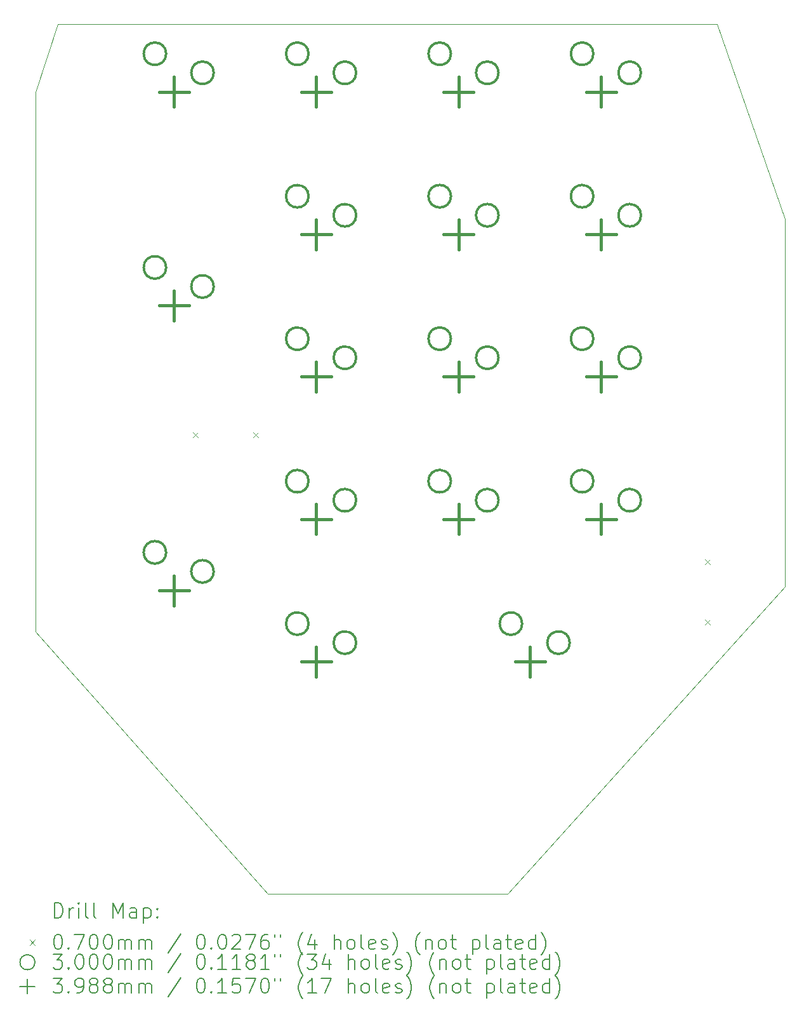
<source format=gbr>
%TF.GenerationSoftware,KiCad,Pcbnew,7.0.7-7.0.7~ubuntu20.04.1*%
%TF.CreationDate,2023-09-01T21:13:10-07:00*%
%TF.ProjectId,v2_controller,76325f63-6f6e-4747-926f-6c6c65722e6b,rev?*%
%TF.SameCoordinates,Original*%
%TF.FileFunction,Drillmap*%
%TF.FilePolarity,Positive*%
%FSLAX45Y45*%
G04 Gerber Fmt 4.5, Leading zero omitted, Abs format (unit mm)*
G04 Created by KiCad (PCBNEW 7.0.7-7.0.7~ubuntu20.04.1) date 2023-09-01 21:13:10*
%MOMM*%
%LPD*%
G01*
G04 APERTURE LIST*
%ADD10C,0.100000*%
%ADD11C,0.200000*%
%ADD12C,0.070000*%
%ADD13C,0.300000*%
%ADD14C,0.398780*%
G04 APERTURE END LIST*
D10*
X4600000Y-3900000D02*
X13400000Y-3900000D01*
X13400000Y-3900000D02*
X14300000Y-6500000D01*
X14300000Y-6500000D02*
X14300000Y-11400000D01*
X4300000Y-4800000D02*
X4600000Y-3900000D01*
X14300000Y-11400000D02*
X10600000Y-15500000D01*
X10600000Y-15500000D02*
X7400000Y-15500000D01*
X7400000Y-15500000D02*
X4300000Y-12000000D01*
X4300000Y-4800000D02*
X4300000Y-12000000D01*
D11*
D12*
X6405000Y-9340000D02*
X6475000Y-9410000D01*
X6475000Y-9340000D02*
X6405000Y-9410000D01*
X7205000Y-9340000D02*
X7275000Y-9410000D01*
X7275000Y-9340000D02*
X7205000Y-9410000D01*
X13232200Y-11034800D02*
X13302200Y-11104800D01*
X13302200Y-11034800D02*
X13232200Y-11104800D01*
X13232200Y-11834800D02*
X13302200Y-11904800D01*
X13302200Y-11834800D02*
X13232200Y-11904800D01*
D13*
X6046000Y-4292000D02*
G75*
G03*
X6046000Y-4292000I-150000J0D01*
G01*
X6046000Y-7142000D02*
G75*
G03*
X6046000Y-7142000I-150000J0D01*
G01*
X6046000Y-10942000D02*
G75*
G03*
X6046000Y-10942000I-150000J0D01*
G01*
X6681000Y-4546000D02*
G75*
G03*
X6681000Y-4546000I-150000J0D01*
G01*
X6681000Y-7396000D02*
G75*
G03*
X6681000Y-7396000I-150000J0D01*
G01*
X6681000Y-11196000D02*
G75*
G03*
X6681000Y-11196000I-150000J0D01*
G01*
X7946000Y-4292000D02*
G75*
G03*
X7946000Y-4292000I-150000J0D01*
G01*
X7946000Y-6192000D02*
G75*
G03*
X7946000Y-6192000I-150000J0D01*
G01*
X7946000Y-8092000D02*
G75*
G03*
X7946000Y-8092000I-150000J0D01*
G01*
X7946000Y-9992000D02*
G75*
G03*
X7946000Y-9992000I-150000J0D01*
G01*
X7946000Y-11892000D02*
G75*
G03*
X7946000Y-11892000I-150000J0D01*
G01*
X8581000Y-4546000D02*
G75*
G03*
X8581000Y-4546000I-150000J0D01*
G01*
X8581000Y-6446000D02*
G75*
G03*
X8581000Y-6446000I-150000J0D01*
G01*
X8581000Y-8346000D02*
G75*
G03*
X8581000Y-8346000I-150000J0D01*
G01*
X8581000Y-10246000D02*
G75*
G03*
X8581000Y-10246000I-150000J0D01*
G01*
X8581000Y-12146000D02*
G75*
G03*
X8581000Y-12146000I-150000J0D01*
G01*
X9846000Y-4292000D02*
G75*
G03*
X9846000Y-4292000I-150000J0D01*
G01*
X9846000Y-6192000D02*
G75*
G03*
X9846000Y-6192000I-150000J0D01*
G01*
X9846000Y-8092000D02*
G75*
G03*
X9846000Y-8092000I-150000J0D01*
G01*
X9846000Y-9992000D02*
G75*
G03*
X9846000Y-9992000I-150000J0D01*
G01*
X10481000Y-4546000D02*
G75*
G03*
X10481000Y-4546000I-150000J0D01*
G01*
X10481000Y-6446000D02*
G75*
G03*
X10481000Y-6446000I-150000J0D01*
G01*
X10481000Y-8346000D02*
G75*
G03*
X10481000Y-8346000I-150000J0D01*
G01*
X10481000Y-10246000D02*
G75*
G03*
X10481000Y-10246000I-150000J0D01*
G01*
X10796000Y-11892000D02*
G75*
G03*
X10796000Y-11892000I-150000J0D01*
G01*
X11431000Y-12146000D02*
G75*
G03*
X11431000Y-12146000I-150000J0D01*
G01*
X11746000Y-4292000D02*
G75*
G03*
X11746000Y-4292000I-150000J0D01*
G01*
X11746000Y-6192000D02*
G75*
G03*
X11746000Y-6192000I-150000J0D01*
G01*
X11746000Y-8092000D02*
G75*
G03*
X11746000Y-8092000I-150000J0D01*
G01*
X11746000Y-9992000D02*
G75*
G03*
X11746000Y-9992000I-150000J0D01*
G01*
X12381000Y-4546000D02*
G75*
G03*
X12381000Y-4546000I-150000J0D01*
G01*
X12381000Y-6446000D02*
G75*
G03*
X12381000Y-6446000I-150000J0D01*
G01*
X12381000Y-8346000D02*
G75*
G03*
X12381000Y-8346000I-150000J0D01*
G01*
X12381000Y-10246000D02*
G75*
G03*
X12381000Y-10246000I-150000J0D01*
G01*
D14*
X6150000Y-4600610D02*
X6150000Y-4999390D01*
X5950610Y-4800000D02*
X6349390Y-4800000D01*
X6150000Y-7450610D02*
X6150000Y-7849390D01*
X5950610Y-7650000D02*
X6349390Y-7650000D01*
X6150000Y-11250610D02*
X6150000Y-11649390D01*
X5950610Y-11450000D02*
X6349390Y-11450000D01*
X8050000Y-4600610D02*
X8050000Y-4999390D01*
X7850610Y-4800000D02*
X8249390Y-4800000D01*
X8050000Y-6500610D02*
X8050000Y-6899390D01*
X7850610Y-6700000D02*
X8249390Y-6700000D01*
X8050000Y-8400610D02*
X8050000Y-8799390D01*
X7850610Y-8600000D02*
X8249390Y-8600000D01*
X8050000Y-10300610D02*
X8050000Y-10699390D01*
X7850610Y-10500000D02*
X8249390Y-10500000D01*
X8050000Y-12200610D02*
X8050000Y-12599390D01*
X7850610Y-12400000D02*
X8249390Y-12400000D01*
X9950000Y-4600610D02*
X9950000Y-4999390D01*
X9750610Y-4800000D02*
X10149390Y-4800000D01*
X9950000Y-6500610D02*
X9950000Y-6899390D01*
X9750610Y-6700000D02*
X10149390Y-6700000D01*
X9950000Y-8400610D02*
X9950000Y-8799390D01*
X9750610Y-8600000D02*
X10149390Y-8600000D01*
X9950000Y-10300610D02*
X9950000Y-10699390D01*
X9750610Y-10500000D02*
X10149390Y-10500000D01*
X10900000Y-12200610D02*
X10900000Y-12599390D01*
X10700610Y-12400000D02*
X11099390Y-12400000D01*
X11850000Y-4600610D02*
X11850000Y-4999390D01*
X11650610Y-4800000D02*
X12049390Y-4800000D01*
X11850000Y-6500610D02*
X11850000Y-6899390D01*
X11650610Y-6700000D02*
X12049390Y-6700000D01*
X11850000Y-8400610D02*
X11850000Y-8799390D01*
X11650610Y-8600000D02*
X12049390Y-8600000D01*
X11850000Y-10300610D02*
X11850000Y-10699390D01*
X11650610Y-10500000D02*
X12049390Y-10500000D01*
D11*
X4555777Y-15816484D02*
X4555777Y-15616484D01*
X4555777Y-15616484D02*
X4603396Y-15616484D01*
X4603396Y-15616484D02*
X4631967Y-15626008D01*
X4631967Y-15626008D02*
X4651015Y-15645055D01*
X4651015Y-15645055D02*
X4660539Y-15664103D01*
X4660539Y-15664103D02*
X4670063Y-15702198D01*
X4670063Y-15702198D02*
X4670063Y-15730769D01*
X4670063Y-15730769D02*
X4660539Y-15768865D01*
X4660539Y-15768865D02*
X4651015Y-15787912D01*
X4651015Y-15787912D02*
X4631967Y-15806960D01*
X4631967Y-15806960D02*
X4603396Y-15816484D01*
X4603396Y-15816484D02*
X4555777Y-15816484D01*
X4755777Y-15816484D02*
X4755777Y-15683150D01*
X4755777Y-15721246D02*
X4765301Y-15702198D01*
X4765301Y-15702198D02*
X4774824Y-15692674D01*
X4774824Y-15692674D02*
X4793872Y-15683150D01*
X4793872Y-15683150D02*
X4812920Y-15683150D01*
X4879586Y-15816484D02*
X4879586Y-15683150D01*
X4879586Y-15616484D02*
X4870063Y-15626008D01*
X4870063Y-15626008D02*
X4879586Y-15635531D01*
X4879586Y-15635531D02*
X4889110Y-15626008D01*
X4889110Y-15626008D02*
X4879586Y-15616484D01*
X4879586Y-15616484D02*
X4879586Y-15635531D01*
X5003396Y-15816484D02*
X4984348Y-15806960D01*
X4984348Y-15806960D02*
X4974824Y-15787912D01*
X4974824Y-15787912D02*
X4974824Y-15616484D01*
X5108158Y-15816484D02*
X5089110Y-15806960D01*
X5089110Y-15806960D02*
X5079586Y-15787912D01*
X5079586Y-15787912D02*
X5079586Y-15616484D01*
X5336729Y-15816484D02*
X5336729Y-15616484D01*
X5336729Y-15616484D02*
X5403396Y-15759341D01*
X5403396Y-15759341D02*
X5470063Y-15616484D01*
X5470063Y-15616484D02*
X5470063Y-15816484D01*
X5651015Y-15816484D02*
X5651015Y-15711722D01*
X5651015Y-15711722D02*
X5641491Y-15692674D01*
X5641491Y-15692674D02*
X5622443Y-15683150D01*
X5622443Y-15683150D02*
X5584348Y-15683150D01*
X5584348Y-15683150D02*
X5565301Y-15692674D01*
X5651015Y-15806960D02*
X5631967Y-15816484D01*
X5631967Y-15816484D02*
X5584348Y-15816484D01*
X5584348Y-15816484D02*
X5565301Y-15806960D01*
X5565301Y-15806960D02*
X5555777Y-15787912D01*
X5555777Y-15787912D02*
X5555777Y-15768865D01*
X5555777Y-15768865D02*
X5565301Y-15749817D01*
X5565301Y-15749817D02*
X5584348Y-15740293D01*
X5584348Y-15740293D02*
X5631967Y-15740293D01*
X5631967Y-15740293D02*
X5651015Y-15730769D01*
X5746253Y-15683150D02*
X5746253Y-15883150D01*
X5746253Y-15692674D02*
X5765301Y-15683150D01*
X5765301Y-15683150D02*
X5803396Y-15683150D01*
X5803396Y-15683150D02*
X5822443Y-15692674D01*
X5822443Y-15692674D02*
X5831967Y-15702198D01*
X5831967Y-15702198D02*
X5841491Y-15721246D01*
X5841491Y-15721246D02*
X5841491Y-15778388D01*
X5841491Y-15778388D02*
X5831967Y-15797436D01*
X5831967Y-15797436D02*
X5822443Y-15806960D01*
X5822443Y-15806960D02*
X5803396Y-15816484D01*
X5803396Y-15816484D02*
X5765301Y-15816484D01*
X5765301Y-15816484D02*
X5746253Y-15806960D01*
X5927205Y-15797436D02*
X5936729Y-15806960D01*
X5936729Y-15806960D02*
X5927205Y-15816484D01*
X5927205Y-15816484D02*
X5917682Y-15806960D01*
X5917682Y-15806960D02*
X5927205Y-15797436D01*
X5927205Y-15797436D02*
X5927205Y-15816484D01*
X5927205Y-15692674D02*
X5936729Y-15702198D01*
X5936729Y-15702198D02*
X5927205Y-15711722D01*
X5927205Y-15711722D02*
X5917682Y-15702198D01*
X5917682Y-15702198D02*
X5927205Y-15692674D01*
X5927205Y-15692674D02*
X5927205Y-15711722D01*
D12*
X4225000Y-16110000D02*
X4295000Y-16180000D01*
X4295000Y-16110000D02*
X4225000Y-16180000D01*
D11*
X4593872Y-16036484D02*
X4612920Y-16036484D01*
X4612920Y-16036484D02*
X4631967Y-16046008D01*
X4631967Y-16046008D02*
X4641491Y-16055531D01*
X4641491Y-16055531D02*
X4651015Y-16074579D01*
X4651015Y-16074579D02*
X4660539Y-16112674D01*
X4660539Y-16112674D02*
X4660539Y-16160293D01*
X4660539Y-16160293D02*
X4651015Y-16198388D01*
X4651015Y-16198388D02*
X4641491Y-16217436D01*
X4641491Y-16217436D02*
X4631967Y-16226960D01*
X4631967Y-16226960D02*
X4612920Y-16236484D01*
X4612920Y-16236484D02*
X4593872Y-16236484D01*
X4593872Y-16236484D02*
X4574824Y-16226960D01*
X4574824Y-16226960D02*
X4565301Y-16217436D01*
X4565301Y-16217436D02*
X4555777Y-16198388D01*
X4555777Y-16198388D02*
X4546253Y-16160293D01*
X4546253Y-16160293D02*
X4546253Y-16112674D01*
X4546253Y-16112674D02*
X4555777Y-16074579D01*
X4555777Y-16074579D02*
X4565301Y-16055531D01*
X4565301Y-16055531D02*
X4574824Y-16046008D01*
X4574824Y-16046008D02*
X4593872Y-16036484D01*
X4746253Y-16217436D02*
X4755777Y-16226960D01*
X4755777Y-16226960D02*
X4746253Y-16236484D01*
X4746253Y-16236484D02*
X4736729Y-16226960D01*
X4736729Y-16226960D02*
X4746253Y-16217436D01*
X4746253Y-16217436D02*
X4746253Y-16236484D01*
X4822444Y-16036484D02*
X4955777Y-16036484D01*
X4955777Y-16036484D02*
X4870063Y-16236484D01*
X5070063Y-16036484D02*
X5089110Y-16036484D01*
X5089110Y-16036484D02*
X5108158Y-16046008D01*
X5108158Y-16046008D02*
X5117682Y-16055531D01*
X5117682Y-16055531D02*
X5127205Y-16074579D01*
X5127205Y-16074579D02*
X5136729Y-16112674D01*
X5136729Y-16112674D02*
X5136729Y-16160293D01*
X5136729Y-16160293D02*
X5127205Y-16198388D01*
X5127205Y-16198388D02*
X5117682Y-16217436D01*
X5117682Y-16217436D02*
X5108158Y-16226960D01*
X5108158Y-16226960D02*
X5089110Y-16236484D01*
X5089110Y-16236484D02*
X5070063Y-16236484D01*
X5070063Y-16236484D02*
X5051015Y-16226960D01*
X5051015Y-16226960D02*
X5041491Y-16217436D01*
X5041491Y-16217436D02*
X5031967Y-16198388D01*
X5031967Y-16198388D02*
X5022444Y-16160293D01*
X5022444Y-16160293D02*
X5022444Y-16112674D01*
X5022444Y-16112674D02*
X5031967Y-16074579D01*
X5031967Y-16074579D02*
X5041491Y-16055531D01*
X5041491Y-16055531D02*
X5051015Y-16046008D01*
X5051015Y-16046008D02*
X5070063Y-16036484D01*
X5260539Y-16036484D02*
X5279586Y-16036484D01*
X5279586Y-16036484D02*
X5298634Y-16046008D01*
X5298634Y-16046008D02*
X5308158Y-16055531D01*
X5308158Y-16055531D02*
X5317682Y-16074579D01*
X5317682Y-16074579D02*
X5327205Y-16112674D01*
X5327205Y-16112674D02*
X5327205Y-16160293D01*
X5327205Y-16160293D02*
X5317682Y-16198388D01*
X5317682Y-16198388D02*
X5308158Y-16217436D01*
X5308158Y-16217436D02*
X5298634Y-16226960D01*
X5298634Y-16226960D02*
X5279586Y-16236484D01*
X5279586Y-16236484D02*
X5260539Y-16236484D01*
X5260539Y-16236484D02*
X5241491Y-16226960D01*
X5241491Y-16226960D02*
X5231967Y-16217436D01*
X5231967Y-16217436D02*
X5222444Y-16198388D01*
X5222444Y-16198388D02*
X5212920Y-16160293D01*
X5212920Y-16160293D02*
X5212920Y-16112674D01*
X5212920Y-16112674D02*
X5222444Y-16074579D01*
X5222444Y-16074579D02*
X5231967Y-16055531D01*
X5231967Y-16055531D02*
X5241491Y-16046008D01*
X5241491Y-16046008D02*
X5260539Y-16036484D01*
X5412920Y-16236484D02*
X5412920Y-16103150D01*
X5412920Y-16122198D02*
X5422444Y-16112674D01*
X5422444Y-16112674D02*
X5441491Y-16103150D01*
X5441491Y-16103150D02*
X5470063Y-16103150D01*
X5470063Y-16103150D02*
X5489110Y-16112674D01*
X5489110Y-16112674D02*
X5498634Y-16131722D01*
X5498634Y-16131722D02*
X5498634Y-16236484D01*
X5498634Y-16131722D02*
X5508158Y-16112674D01*
X5508158Y-16112674D02*
X5527205Y-16103150D01*
X5527205Y-16103150D02*
X5555777Y-16103150D01*
X5555777Y-16103150D02*
X5574825Y-16112674D01*
X5574825Y-16112674D02*
X5584348Y-16131722D01*
X5584348Y-16131722D02*
X5584348Y-16236484D01*
X5679586Y-16236484D02*
X5679586Y-16103150D01*
X5679586Y-16122198D02*
X5689110Y-16112674D01*
X5689110Y-16112674D02*
X5708158Y-16103150D01*
X5708158Y-16103150D02*
X5736729Y-16103150D01*
X5736729Y-16103150D02*
X5755777Y-16112674D01*
X5755777Y-16112674D02*
X5765301Y-16131722D01*
X5765301Y-16131722D02*
X5765301Y-16236484D01*
X5765301Y-16131722D02*
X5774824Y-16112674D01*
X5774824Y-16112674D02*
X5793872Y-16103150D01*
X5793872Y-16103150D02*
X5822443Y-16103150D01*
X5822443Y-16103150D02*
X5841491Y-16112674D01*
X5841491Y-16112674D02*
X5851015Y-16131722D01*
X5851015Y-16131722D02*
X5851015Y-16236484D01*
X6241491Y-16026960D02*
X6070063Y-16284103D01*
X6498634Y-16036484D02*
X6517682Y-16036484D01*
X6517682Y-16036484D02*
X6536729Y-16046008D01*
X6536729Y-16046008D02*
X6546253Y-16055531D01*
X6546253Y-16055531D02*
X6555777Y-16074579D01*
X6555777Y-16074579D02*
X6565301Y-16112674D01*
X6565301Y-16112674D02*
X6565301Y-16160293D01*
X6565301Y-16160293D02*
X6555777Y-16198388D01*
X6555777Y-16198388D02*
X6546253Y-16217436D01*
X6546253Y-16217436D02*
X6536729Y-16226960D01*
X6536729Y-16226960D02*
X6517682Y-16236484D01*
X6517682Y-16236484D02*
X6498634Y-16236484D01*
X6498634Y-16236484D02*
X6479586Y-16226960D01*
X6479586Y-16226960D02*
X6470063Y-16217436D01*
X6470063Y-16217436D02*
X6460539Y-16198388D01*
X6460539Y-16198388D02*
X6451015Y-16160293D01*
X6451015Y-16160293D02*
X6451015Y-16112674D01*
X6451015Y-16112674D02*
X6460539Y-16074579D01*
X6460539Y-16074579D02*
X6470063Y-16055531D01*
X6470063Y-16055531D02*
X6479586Y-16046008D01*
X6479586Y-16046008D02*
X6498634Y-16036484D01*
X6651015Y-16217436D02*
X6660539Y-16226960D01*
X6660539Y-16226960D02*
X6651015Y-16236484D01*
X6651015Y-16236484D02*
X6641491Y-16226960D01*
X6641491Y-16226960D02*
X6651015Y-16217436D01*
X6651015Y-16217436D02*
X6651015Y-16236484D01*
X6784348Y-16036484D02*
X6803396Y-16036484D01*
X6803396Y-16036484D02*
X6822444Y-16046008D01*
X6822444Y-16046008D02*
X6831967Y-16055531D01*
X6831967Y-16055531D02*
X6841491Y-16074579D01*
X6841491Y-16074579D02*
X6851015Y-16112674D01*
X6851015Y-16112674D02*
X6851015Y-16160293D01*
X6851015Y-16160293D02*
X6841491Y-16198388D01*
X6841491Y-16198388D02*
X6831967Y-16217436D01*
X6831967Y-16217436D02*
X6822444Y-16226960D01*
X6822444Y-16226960D02*
X6803396Y-16236484D01*
X6803396Y-16236484D02*
X6784348Y-16236484D01*
X6784348Y-16236484D02*
X6765301Y-16226960D01*
X6765301Y-16226960D02*
X6755777Y-16217436D01*
X6755777Y-16217436D02*
X6746253Y-16198388D01*
X6746253Y-16198388D02*
X6736729Y-16160293D01*
X6736729Y-16160293D02*
X6736729Y-16112674D01*
X6736729Y-16112674D02*
X6746253Y-16074579D01*
X6746253Y-16074579D02*
X6755777Y-16055531D01*
X6755777Y-16055531D02*
X6765301Y-16046008D01*
X6765301Y-16046008D02*
X6784348Y-16036484D01*
X6927206Y-16055531D02*
X6936729Y-16046008D01*
X6936729Y-16046008D02*
X6955777Y-16036484D01*
X6955777Y-16036484D02*
X7003396Y-16036484D01*
X7003396Y-16036484D02*
X7022444Y-16046008D01*
X7022444Y-16046008D02*
X7031967Y-16055531D01*
X7031967Y-16055531D02*
X7041491Y-16074579D01*
X7041491Y-16074579D02*
X7041491Y-16093627D01*
X7041491Y-16093627D02*
X7031967Y-16122198D01*
X7031967Y-16122198D02*
X6917682Y-16236484D01*
X6917682Y-16236484D02*
X7041491Y-16236484D01*
X7108158Y-16036484D02*
X7241491Y-16036484D01*
X7241491Y-16036484D02*
X7155777Y-16236484D01*
X7403396Y-16036484D02*
X7365301Y-16036484D01*
X7365301Y-16036484D02*
X7346253Y-16046008D01*
X7346253Y-16046008D02*
X7336729Y-16055531D01*
X7336729Y-16055531D02*
X7317682Y-16084103D01*
X7317682Y-16084103D02*
X7308158Y-16122198D01*
X7308158Y-16122198D02*
X7308158Y-16198388D01*
X7308158Y-16198388D02*
X7317682Y-16217436D01*
X7317682Y-16217436D02*
X7327206Y-16226960D01*
X7327206Y-16226960D02*
X7346253Y-16236484D01*
X7346253Y-16236484D02*
X7384348Y-16236484D01*
X7384348Y-16236484D02*
X7403396Y-16226960D01*
X7403396Y-16226960D02*
X7412920Y-16217436D01*
X7412920Y-16217436D02*
X7422444Y-16198388D01*
X7422444Y-16198388D02*
X7422444Y-16150769D01*
X7422444Y-16150769D02*
X7412920Y-16131722D01*
X7412920Y-16131722D02*
X7403396Y-16122198D01*
X7403396Y-16122198D02*
X7384348Y-16112674D01*
X7384348Y-16112674D02*
X7346253Y-16112674D01*
X7346253Y-16112674D02*
X7327206Y-16122198D01*
X7327206Y-16122198D02*
X7317682Y-16131722D01*
X7317682Y-16131722D02*
X7308158Y-16150769D01*
X7498634Y-16036484D02*
X7498634Y-16074579D01*
X7574825Y-16036484D02*
X7574825Y-16074579D01*
X7870063Y-16312674D02*
X7860539Y-16303150D01*
X7860539Y-16303150D02*
X7841491Y-16274579D01*
X7841491Y-16274579D02*
X7831968Y-16255531D01*
X7831968Y-16255531D02*
X7822444Y-16226960D01*
X7822444Y-16226960D02*
X7812920Y-16179341D01*
X7812920Y-16179341D02*
X7812920Y-16141246D01*
X7812920Y-16141246D02*
X7822444Y-16093627D01*
X7822444Y-16093627D02*
X7831968Y-16065055D01*
X7831968Y-16065055D02*
X7841491Y-16046008D01*
X7841491Y-16046008D02*
X7860539Y-16017436D01*
X7860539Y-16017436D02*
X7870063Y-16007912D01*
X8031968Y-16103150D02*
X8031968Y-16236484D01*
X7984348Y-16026960D02*
X7936729Y-16169817D01*
X7936729Y-16169817D02*
X8060539Y-16169817D01*
X8289110Y-16236484D02*
X8289110Y-16036484D01*
X8374825Y-16236484D02*
X8374825Y-16131722D01*
X8374825Y-16131722D02*
X8365301Y-16112674D01*
X8365301Y-16112674D02*
X8346253Y-16103150D01*
X8346253Y-16103150D02*
X8317682Y-16103150D01*
X8317682Y-16103150D02*
X8298634Y-16112674D01*
X8298634Y-16112674D02*
X8289110Y-16122198D01*
X8498634Y-16236484D02*
X8479587Y-16226960D01*
X8479587Y-16226960D02*
X8470063Y-16217436D01*
X8470063Y-16217436D02*
X8460539Y-16198388D01*
X8460539Y-16198388D02*
X8460539Y-16141246D01*
X8460539Y-16141246D02*
X8470063Y-16122198D01*
X8470063Y-16122198D02*
X8479587Y-16112674D01*
X8479587Y-16112674D02*
X8498634Y-16103150D01*
X8498634Y-16103150D02*
X8527206Y-16103150D01*
X8527206Y-16103150D02*
X8546253Y-16112674D01*
X8546253Y-16112674D02*
X8555777Y-16122198D01*
X8555777Y-16122198D02*
X8565301Y-16141246D01*
X8565301Y-16141246D02*
X8565301Y-16198388D01*
X8565301Y-16198388D02*
X8555777Y-16217436D01*
X8555777Y-16217436D02*
X8546253Y-16226960D01*
X8546253Y-16226960D02*
X8527206Y-16236484D01*
X8527206Y-16236484D02*
X8498634Y-16236484D01*
X8679587Y-16236484D02*
X8660539Y-16226960D01*
X8660539Y-16226960D02*
X8651015Y-16207912D01*
X8651015Y-16207912D02*
X8651015Y-16036484D01*
X8831968Y-16226960D02*
X8812920Y-16236484D01*
X8812920Y-16236484D02*
X8774825Y-16236484D01*
X8774825Y-16236484D02*
X8755777Y-16226960D01*
X8755777Y-16226960D02*
X8746253Y-16207912D01*
X8746253Y-16207912D02*
X8746253Y-16131722D01*
X8746253Y-16131722D02*
X8755777Y-16112674D01*
X8755777Y-16112674D02*
X8774825Y-16103150D01*
X8774825Y-16103150D02*
X8812920Y-16103150D01*
X8812920Y-16103150D02*
X8831968Y-16112674D01*
X8831968Y-16112674D02*
X8841492Y-16131722D01*
X8841492Y-16131722D02*
X8841492Y-16150769D01*
X8841492Y-16150769D02*
X8746253Y-16169817D01*
X8917682Y-16226960D02*
X8936730Y-16236484D01*
X8936730Y-16236484D02*
X8974825Y-16236484D01*
X8974825Y-16236484D02*
X8993873Y-16226960D01*
X8993873Y-16226960D02*
X9003396Y-16207912D01*
X9003396Y-16207912D02*
X9003396Y-16198388D01*
X9003396Y-16198388D02*
X8993873Y-16179341D01*
X8993873Y-16179341D02*
X8974825Y-16169817D01*
X8974825Y-16169817D02*
X8946253Y-16169817D01*
X8946253Y-16169817D02*
X8927206Y-16160293D01*
X8927206Y-16160293D02*
X8917682Y-16141246D01*
X8917682Y-16141246D02*
X8917682Y-16131722D01*
X8917682Y-16131722D02*
X8927206Y-16112674D01*
X8927206Y-16112674D02*
X8946253Y-16103150D01*
X8946253Y-16103150D02*
X8974825Y-16103150D01*
X8974825Y-16103150D02*
X8993873Y-16112674D01*
X9070063Y-16312674D02*
X9079587Y-16303150D01*
X9079587Y-16303150D02*
X9098634Y-16274579D01*
X9098634Y-16274579D02*
X9108158Y-16255531D01*
X9108158Y-16255531D02*
X9117682Y-16226960D01*
X9117682Y-16226960D02*
X9127206Y-16179341D01*
X9127206Y-16179341D02*
X9127206Y-16141246D01*
X9127206Y-16141246D02*
X9117682Y-16093627D01*
X9117682Y-16093627D02*
X9108158Y-16065055D01*
X9108158Y-16065055D02*
X9098634Y-16046008D01*
X9098634Y-16046008D02*
X9079587Y-16017436D01*
X9079587Y-16017436D02*
X9070063Y-16007912D01*
X9431968Y-16312674D02*
X9422444Y-16303150D01*
X9422444Y-16303150D02*
X9403396Y-16274579D01*
X9403396Y-16274579D02*
X9393873Y-16255531D01*
X9393873Y-16255531D02*
X9384349Y-16226960D01*
X9384349Y-16226960D02*
X9374825Y-16179341D01*
X9374825Y-16179341D02*
X9374825Y-16141246D01*
X9374825Y-16141246D02*
X9384349Y-16093627D01*
X9384349Y-16093627D02*
X9393873Y-16065055D01*
X9393873Y-16065055D02*
X9403396Y-16046008D01*
X9403396Y-16046008D02*
X9422444Y-16017436D01*
X9422444Y-16017436D02*
X9431968Y-16007912D01*
X9508158Y-16103150D02*
X9508158Y-16236484D01*
X9508158Y-16122198D02*
X9517682Y-16112674D01*
X9517682Y-16112674D02*
X9536730Y-16103150D01*
X9536730Y-16103150D02*
X9565301Y-16103150D01*
X9565301Y-16103150D02*
X9584349Y-16112674D01*
X9584349Y-16112674D02*
X9593873Y-16131722D01*
X9593873Y-16131722D02*
X9593873Y-16236484D01*
X9717682Y-16236484D02*
X9698634Y-16226960D01*
X9698634Y-16226960D02*
X9689111Y-16217436D01*
X9689111Y-16217436D02*
X9679587Y-16198388D01*
X9679587Y-16198388D02*
X9679587Y-16141246D01*
X9679587Y-16141246D02*
X9689111Y-16122198D01*
X9689111Y-16122198D02*
X9698634Y-16112674D01*
X9698634Y-16112674D02*
X9717682Y-16103150D01*
X9717682Y-16103150D02*
X9746254Y-16103150D01*
X9746254Y-16103150D02*
X9765301Y-16112674D01*
X9765301Y-16112674D02*
X9774825Y-16122198D01*
X9774825Y-16122198D02*
X9784349Y-16141246D01*
X9784349Y-16141246D02*
X9784349Y-16198388D01*
X9784349Y-16198388D02*
X9774825Y-16217436D01*
X9774825Y-16217436D02*
X9765301Y-16226960D01*
X9765301Y-16226960D02*
X9746254Y-16236484D01*
X9746254Y-16236484D02*
X9717682Y-16236484D01*
X9841492Y-16103150D02*
X9917682Y-16103150D01*
X9870063Y-16036484D02*
X9870063Y-16207912D01*
X9870063Y-16207912D02*
X9879587Y-16226960D01*
X9879587Y-16226960D02*
X9898634Y-16236484D01*
X9898634Y-16236484D02*
X9917682Y-16236484D01*
X10136730Y-16103150D02*
X10136730Y-16303150D01*
X10136730Y-16112674D02*
X10155777Y-16103150D01*
X10155777Y-16103150D02*
X10193873Y-16103150D01*
X10193873Y-16103150D02*
X10212920Y-16112674D01*
X10212920Y-16112674D02*
X10222444Y-16122198D01*
X10222444Y-16122198D02*
X10231968Y-16141246D01*
X10231968Y-16141246D02*
X10231968Y-16198388D01*
X10231968Y-16198388D02*
X10222444Y-16217436D01*
X10222444Y-16217436D02*
X10212920Y-16226960D01*
X10212920Y-16226960D02*
X10193873Y-16236484D01*
X10193873Y-16236484D02*
X10155777Y-16236484D01*
X10155777Y-16236484D02*
X10136730Y-16226960D01*
X10346254Y-16236484D02*
X10327206Y-16226960D01*
X10327206Y-16226960D02*
X10317682Y-16207912D01*
X10317682Y-16207912D02*
X10317682Y-16036484D01*
X10508158Y-16236484D02*
X10508158Y-16131722D01*
X10508158Y-16131722D02*
X10498635Y-16112674D01*
X10498635Y-16112674D02*
X10479587Y-16103150D01*
X10479587Y-16103150D02*
X10441492Y-16103150D01*
X10441492Y-16103150D02*
X10422444Y-16112674D01*
X10508158Y-16226960D02*
X10489111Y-16236484D01*
X10489111Y-16236484D02*
X10441492Y-16236484D01*
X10441492Y-16236484D02*
X10422444Y-16226960D01*
X10422444Y-16226960D02*
X10412920Y-16207912D01*
X10412920Y-16207912D02*
X10412920Y-16188865D01*
X10412920Y-16188865D02*
X10422444Y-16169817D01*
X10422444Y-16169817D02*
X10441492Y-16160293D01*
X10441492Y-16160293D02*
X10489111Y-16160293D01*
X10489111Y-16160293D02*
X10508158Y-16150769D01*
X10574825Y-16103150D02*
X10651015Y-16103150D01*
X10603396Y-16036484D02*
X10603396Y-16207912D01*
X10603396Y-16207912D02*
X10612920Y-16226960D01*
X10612920Y-16226960D02*
X10631968Y-16236484D01*
X10631968Y-16236484D02*
X10651015Y-16236484D01*
X10793873Y-16226960D02*
X10774825Y-16236484D01*
X10774825Y-16236484D02*
X10736730Y-16236484D01*
X10736730Y-16236484D02*
X10717682Y-16226960D01*
X10717682Y-16226960D02*
X10708158Y-16207912D01*
X10708158Y-16207912D02*
X10708158Y-16131722D01*
X10708158Y-16131722D02*
X10717682Y-16112674D01*
X10717682Y-16112674D02*
X10736730Y-16103150D01*
X10736730Y-16103150D02*
X10774825Y-16103150D01*
X10774825Y-16103150D02*
X10793873Y-16112674D01*
X10793873Y-16112674D02*
X10803396Y-16131722D01*
X10803396Y-16131722D02*
X10803396Y-16150769D01*
X10803396Y-16150769D02*
X10708158Y-16169817D01*
X10974825Y-16236484D02*
X10974825Y-16036484D01*
X10974825Y-16226960D02*
X10955777Y-16236484D01*
X10955777Y-16236484D02*
X10917682Y-16236484D01*
X10917682Y-16236484D02*
X10898635Y-16226960D01*
X10898635Y-16226960D02*
X10889111Y-16217436D01*
X10889111Y-16217436D02*
X10879587Y-16198388D01*
X10879587Y-16198388D02*
X10879587Y-16141246D01*
X10879587Y-16141246D02*
X10889111Y-16122198D01*
X10889111Y-16122198D02*
X10898635Y-16112674D01*
X10898635Y-16112674D02*
X10917682Y-16103150D01*
X10917682Y-16103150D02*
X10955777Y-16103150D01*
X10955777Y-16103150D02*
X10974825Y-16112674D01*
X11051016Y-16312674D02*
X11060539Y-16303150D01*
X11060539Y-16303150D02*
X11079587Y-16274579D01*
X11079587Y-16274579D02*
X11089111Y-16255531D01*
X11089111Y-16255531D02*
X11098635Y-16226960D01*
X11098635Y-16226960D02*
X11108158Y-16179341D01*
X11108158Y-16179341D02*
X11108158Y-16141246D01*
X11108158Y-16141246D02*
X11098635Y-16093627D01*
X11098635Y-16093627D02*
X11089111Y-16065055D01*
X11089111Y-16065055D02*
X11079587Y-16046008D01*
X11079587Y-16046008D02*
X11060539Y-16017436D01*
X11060539Y-16017436D02*
X11051016Y-16007912D01*
X4295000Y-16409000D02*
G75*
G03*
X4295000Y-16409000I-100000J0D01*
G01*
X4536729Y-16300484D02*
X4660539Y-16300484D01*
X4660539Y-16300484D02*
X4593872Y-16376674D01*
X4593872Y-16376674D02*
X4622444Y-16376674D01*
X4622444Y-16376674D02*
X4641491Y-16386198D01*
X4641491Y-16386198D02*
X4651015Y-16395722D01*
X4651015Y-16395722D02*
X4660539Y-16414769D01*
X4660539Y-16414769D02*
X4660539Y-16462388D01*
X4660539Y-16462388D02*
X4651015Y-16481436D01*
X4651015Y-16481436D02*
X4641491Y-16490960D01*
X4641491Y-16490960D02*
X4622444Y-16500484D01*
X4622444Y-16500484D02*
X4565301Y-16500484D01*
X4565301Y-16500484D02*
X4546253Y-16490960D01*
X4546253Y-16490960D02*
X4536729Y-16481436D01*
X4746253Y-16481436D02*
X4755777Y-16490960D01*
X4755777Y-16490960D02*
X4746253Y-16500484D01*
X4746253Y-16500484D02*
X4736729Y-16490960D01*
X4736729Y-16490960D02*
X4746253Y-16481436D01*
X4746253Y-16481436D02*
X4746253Y-16500484D01*
X4879586Y-16300484D02*
X4898634Y-16300484D01*
X4898634Y-16300484D02*
X4917682Y-16310008D01*
X4917682Y-16310008D02*
X4927205Y-16319531D01*
X4927205Y-16319531D02*
X4936729Y-16338579D01*
X4936729Y-16338579D02*
X4946253Y-16376674D01*
X4946253Y-16376674D02*
X4946253Y-16424293D01*
X4946253Y-16424293D02*
X4936729Y-16462388D01*
X4936729Y-16462388D02*
X4927205Y-16481436D01*
X4927205Y-16481436D02*
X4917682Y-16490960D01*
X4917682Y-16490960D02*
X4898634Y-16500484D01*
X4898634Y-16500484D02*
X4879586Y-16500484D01*
X4879586Y-16500484D02*
X4860539Y-16490960D01*
X4860539Y-16490960D02*
X4851015Y-16481436D01*
X4851015Y-16481436D02*
X4841491Y-16462388D01*
X4841491Y-16462388D02*
X4831967Y-16424293D01*
X4831967Y-16424293D02*
X4831967Y-16376674D01*
X4831967Y-16376674D02*
X4841491Y-16338579D01*
X4841491Y-16338579D02*
X4851015Y-16319531D01*
X4851015Y-16319531D02*
X4860539Y-16310008D01*
X4860539Y-16310008D02*
X4879586Y-16300484D01*
X5070063Y-16300484D02*
X5089110Y-16300484D01*
X5089110Y-16300484D02*
X5108158Y-16310008D01*
X5108158Y-16310008D02*
X5117682Y-16319531D01*
X5117682Y-16319531D02*
X5127205Y-16338579D01*
X5127205Y-16338579D02*
X5136729Y-16376674D01*
X5136729Y-16376674D02*
X5136729Y-16424293D01*
X5136729Y-16424293D02*
X5127205Y-16462388D01*
X5127205Y-16462388D02*
X5117682Y-16481436D01*
X5117682Y-16481436D02*
X5108158Y-16490960D01*
X5108158Y-16490960D02*
X5089110Y-16500484D01*
X5089110Y-16500484D02*
X5070063Y-16500484D01*
X5070063Y-16500484D02*
X5051015Y-16490960D01*
X5051015Y-16490960D02*
X5041491Y-16481436D01*
X5041491Y-16481436D02*
X5031967Y-16462388D01*
X5031967Y-16462388D02*
X5022444Y-16424293D01*
X5022444Y-16424293D02*
X5022444Y-16376674D01*
X5022444Y-16376674D02*
X5031967Y-16338579D01*
X5031967Y-16338579D02*
X5041491Y-16319531D01*
X5041491Y-16319531D02*
X5051015Y-16310008D01*
X5051015Y-16310008D02*
X5070063Y-16300484D01*
X5260539Y-16300484D02*
X5279586Y-16300484D01*
X5279586Y-16300484D02*
X5298634Y-16310008D01*
X5298634Y-16310008D02*
X5308158Y-16319531D01*
X5308158Y-16319531D02*
X5317682Y-16338579D01*
X5317682Y-16338579D02*
X5327205Y-16376674D01*
X5327205Y-16376674D02*
X5327205Y-16424293D01*
X5327205Y-16424293D02*
X5317682Y-16462388D01*
X5317682Y-16462388D02*
X5308158Y-16481436D01*
X5308158Y-16481436D02*
X5298634Y-16490960D01*
X5298634Y-16490960D02*
X5279586Y-16500484D01*
X5279586Y-16500484D02*
X5260539Y-16500484D01*
X5260539Y-16500484D02*
X5241491Y-16490960D01*
X5241491Y-16490960D02*
X5231967Y-16481436D01*
X5231967Y-16481436D02*
X5222444Y-16462388D01*
X5222444Y-16462388D02*
X5212920Y-16424293D01*
X5212920Y-16424293D02*
X5212920Y-16376674D01*
X5212920Y-16376674D02*
X5222444Y-16338579D01*
X5222444Y-16338579D02*
X5231967Y-16319531D01*
X5231967Y-16319531D02*
X5241491Y-16310008D01*
X5241491Y-16310008D02*
X5260539Y-16300484D01*
X5412920Y-16500484D02*
X5412920Y-16367150D01*
X5412920Y-16386198D02*
X5422444Y-16376674D01*
X5422444Y-16376674D02*
X5441491Y-16367150D01*
X5441491Y-16367150D02*
X5470063Y-16367150D01*
X5470063Y-16367150D02*
X5489110Y-16376674D01*
X5489110Y-16376674D02*
X5498634Y-16395722D01*
X5498634Y-16395722D02*
X5498634Y-16500484D01*
X5498634Y-16395722D02*
X5508158Y-16376674D01*
X5508158Y-16376674D02*
X5527205Y-16367150D01*
X5527205Y-16367150D02*
X5555777Y-16367150D01*
X5555777Y-16367150D02*
X5574825Y-16376674D01*
X5574825Y-16376674D02*
X5584348Y-16395722D01*
X5584348Y-16395722D02*
X5584348Y-16500484D01*
X5679586Y-16500484D02*
X5679586Y-16367150D01*
X5679586Y-16386198D02*
X5689110Y-16376674D01*
X5689110Y-16376674D02*
X5708158Y-16367150D01*
X5708158Y-16367150D02*
X5736729Y-16367150D01*
X5736729Y-16367150D02*
X5755777Y-16376674D01*
X5755777Y-16376674D02*
X5765301Y-16395722D01*
X5765301Y-16395722D02*
X5765301Y-16500484D01*
X5765301Y-16395722D02*
X5774824Y-16376674D01*
X5774824Y-16376674D02*
X5793872Y-16367150D01*
X5793872Y-16367150D02*
X5822443Y-16367150D01*
X5822443Y-16367150D02*
X5841491Y-16376674D01*
X5841491Y-16376674D02*
X5851015Y-16395722D01*
X5851015Y-16395722D02*
X5851015Y-16500484D01*
X6241491Y-16290960D02*
X6070063Y-16548103D01*
X6498634Y-16300484D02*
X6517682Y-16300484D01*
X6517682Y-16300484D02*
X6536729Y-16310008D01*
X6536729Y-16310008D02*
X6546253Y-16319531D01*
X6546253Y-16319531D02*
X6555777Y-16338579D01*
X6555777Y-16338579D02*
X6565301Y-16376674D01*
X6565301Y-16376674D02*
X6565301Y-16424293D01*
X6565301Y-16424293D02*
X6555777Y-16462388D01*
X6555777Y-16462388D02*
X6546253Y-16481436D01*
X6546253Y-16481436D02*
X6536729Y-16490960D01*
X6536729Y-16490960D02*
X6517682Y-16500484D01*
X6517682Y-16500484D02*
X6498634Y-16500484D01*
X6498634Y-16500484D02*
X6479586Y-16490960D01*
X6479586Y-16490960D02*
X6470063Y-16481436D01*
X6470063Y-16481436D02*
X6460539Y-16462388D01*
X6460539Y-16462388D02*
X6451015Y-16424293D01*
X6451015Y-16424293D02*
X6451015Y-16376674D01*
X6451015Y-16376674D02*
X6460539Y-16338579D01*
X6460539Y-16338579D02*
X6470063Y-16319531D01*
X6470063Y-16319531D02*
X6479586Y-16310008D01*
X6479586Y-16310008D02*
X6498634Y-16300484D01*
X6651015Y-16481436D02*
X6660539Y-16490960D01*
X6660539Y-16490960D02*
X6651015Y-16500484D01*
X6651015Y-16500484D02*
X6641491Y-16490960D01*
X6641491Y-16490960D02*
X6651015Y-16481436D01*
X6651015Y-16481436D02*
X6651015Y-16500484D01*
X6851015Y-16500484D02*
X6736729Y-16500484D01*
X6793872Y-16500484D02*
X6793872Y-16300484D01*
X6793872Y-16300484D02*
X6774825Y-16329055D01*
X6774825Y-16329055D02*
X6755777Y-16348103D01*
X6755777Y-16348103D02*
X6736729Y-16357627D01*
X7041491Y-16500484D02*
X6927206Y-16500484D01*
X6984348Y-16500484D02*
X6984348Y-16300484D01*
X6984348Y-16300484D02*
X6965301Y-16329055D01*
X6965301Y-16329055D02*
X6946253Y-16348103D01*
X6946253Y-16348103D02*
X6927206Y-16357627D01*
X7155777Y-16386198D02*
X7136729Y-16376674D01*
X7136729Y-16376674D02*
X7127206Y-16367150D01*
X7127206Y-16367150D02*
X7117682Y-16348103D01*
X7117682Y-16348103D02*
X7117682Y-16338579D01*
X7117682Y-16338579D02*
X7127206Y-16319531D01*
X7127206Y-16319531D02*
X7136729Y-16310008D01*
X7136729Y-16310008D02*
X7155777Y-16300484D01*
X7155777Y-16300484D02*
X7193872Y-16300484D01*
X7193872Y-16300484D02*
X7212920Y-16310008D01*
X7212920Y-16310008D02*
X7222444Y-16319531D01*
X7222444Y-16319531D02*
X7231967Y-16338579D01*
X7231967Y-16338579D02*
X7231967Y-16348103D01*
X7231967Y-16348103D02*
X7222444Y-16367150D01*
X7222444Y-16367150D02*
X7212920Y-16376674D01*
X7212920Y-16376674D02*
X7193872Y-16386198D01*
X7193872Y-16386198D02*
X7155777Y-16386198D01*
X7155777Y-16386198D02*
X7136729Y-16395722D01*
X7136729Y-16395722D02*
X7127206Y-16405246D01*
X7127206Y-16405246D02*
X7117682Y-16424293D01*
X7117682Y-16424293D02*
X7117682Y-16462388D01*
X7117682Y-16462388D02*
X7127206Y-16481436D01*
X7127206Y-16481436D02*
X7136729Y-16490960D01*
X7136729Y-16490960D02*
X7155777Y-16500484D01*
X7155777Y-16500484D02*
X7193872Y-16500484D01*
X7193872Y-16500484D02*
X7212920Y-16490960D01*
X7212920Y-16490960D02*
X7222444Y-16481436D01*
X7222444Y-16481436D02*
X7231967Y-16462388D01*
X7231967Y-16462388D02*
X7231967Y-16424293D01*
X7231967Y-16424293D02*
X7222444Y-16405246D01*
X7222444Y-16405246D02*
X7212920Y-16395722D01*
X7212920Y-16395722D02*
X7193872Y-16386198D01*
X7422444Y-16500484D02*
X7308158Y-16500484D01*
X7365301Y-16500484D02*
X7365301Y-16300484D01*
X7365301Y-16300484D02*
X7346253Y-16329055D01*
X7346253Y-16329055D02*
X7327206Y-16348103D01*
X7327206Y-16348103D02*
X7308158Y-16357627D01*
X7498634Y-16300484D02*
X7498634Y-16338579D01*
X7574825Y-16300484D02*
X7574825Y-16338579D01*
X7870063Y-16576674D02*
X7860539Y-16567150D01*
X7860539Y-16567150D02*
X7841491Y-16538579D01*
X7841491Y-16538579D02*
X7831968Y-16519531D01*
X7831968Y-16519531D02*
X7822444Y-16490960D01*
X7822444Y-16490960D02*
X7812920Y-16443341D01*
X7812920Y-16443341D02*
X7812920Y-16405246D01*
X7812920Y-16405246D02*
X7822444Y-16357627D01*
X7822444Y-16357627D02*
X7831968Y-16329055D01*
X7831968Y-16329055D02*
X7841491Y-16310008D01*
X7841491Y-16310008D02*
X7860539Y-16281436D01*
X7860539Y-16281436D02*
X7870063Y-16271912D01*
X7927206Y-16300484D02*
X8051015Y-16300484D01*
X8051015Y-16300484D02*
X7984348Y-16376674D01*
X7984348Y-16376674D02*
X8012920Y-16376674D01*
X8012920Y-16376674D02*
X8031968Y-16386198D01*
X8031968Y-16386198D02*
X8041491Y-16395722D01*
X8041491Y-16395722D02*
X8051015Y-16414769D01*
X8051015Y-16414769D02*
X8051015Y-16462388D01*
X8051015Y-16462388D02*
X8041491Y-16481436D01*
X8041491Y-16481436D02*
X8031968Y-16490960D01*
X8031968Y-16490960D02*
X8012920Y-16500484D01*
X8012920Y-16500484D02*
X7955777Y-16500484D01*
X7955777Y-16500484D02*
X7936729Y-16490960D01*
X7936729Y-16490960D02*
X7927206Y-16481436D01*
X8222444Y-16367150D02*
X8222444Y-16500484D01*
X8174825Y-16290960D02*
X8127206Y-16433817D01*
X8127206Y-16433817D02*
X8251015Y-16433817D01*
X8479587Y-16500484D02*
X8479587Y-16300484D01*
X8565301Y-16500484D02*
X8565301Y-16395722D01*
X8565301Y-16395722D02*
X8555777Y-16376674D01*
X8555777Y-16376674D02*
X8536730Y-16367150D01*
X8536730Y-16367150D02*
X8508158Y-16367150D01*
X8508158Y-16367150D02*
X8489111Y-16376674D01*
X8489111Y-16376674D02*
X8479587Y-16386198D01*
X8689111Y-16500484D02*
X8670063Y-16490960D01*
X8670063Y-16490960D02*
X8660539Y-16481436D01*
X8660539Y-16481436D02*
X8651015Y-16462388D01*
X8651015Y-16462388D02*
X8651015Y-16405246D01*
X8651015Y-16405246D02*
X8660539Y-16386198D01*
X8660539Y-16386198D02*
X8670063Y-16376674D01*
X8670063Y-16376674D02*
X8689111Y-16367150D01*
X8689111Y-16367150D02*
X8717682Y-16367150D01*
X8717682Y-16367150D02*
X8736730Y-16376674D01*
X8736730Y-16376674D02*
X8746253Y-16386198D01*
X8746253Y-16386198D02*
X8755777Y-16405246D01*
X8755777Y-16405246D02*
X8755777Y-16462388D01*
X8755777Y-16462388D02*
X8746253Y-16481436D01*
X8746253Y-16481436D02*
X8736730Y-16490960D01*
X8736730Y-16490960D02*
X8717682Y-16500484D01*
X8717682Y-16500484D02*
X8689111Y-16500484D01*
X8870063Y-16500484D02*
X8851015Y-16490960D01*
X8851015Y-16490960D02*
X8841492Y-16471912D01*
X8841492Y-16471912D02*
X8841492Y-16300484D01*
X9022444Y-16490960D02*
X9003396Y-16500484D01*
X9003396Y-16500484D02*
X8965301Y-16500484D01*
X8965301Y-16500484D02*
X8946253Y-16490960D01*
X8946253Y-16490960D02*
X8936730Y-16471912D01*
X8936730Y-16471912D02*
X8936730Y-16395722D01*
X8936730Y-16395722D02*
X8946253Y-16376674D01*
X8946253Y-16376674D02*
X8965301Y-16367150D01*
X8965301Y-16367150D02*
X9003396Y-16367150D01*
X9003396Y-16367150D02*
X9022444Y-16376674D01*
X9022444Y-16376674D02*
X9031968Y-16395722D01*
X9031968Y-16395722D02*
X9031968Y-16414769D01*
X9031968Y-16414769D02*
X8936730Y-16433817D01*
X9108158Y-16490960D02*
X9127206Y-16500484D01*
X9127206Y-16500484D02*
X9165301Y-16500484D01*
X9165301Y-16500484D02*
X9184349Y-16490960D01*
X9184349Y-16490960D02*
X9193873Y-16471912D01*
X9193873Y-16471912D02*
X9193873Y-16462388D01*
X9193873Y-16462388D02*
X9184349Y-16443341D01*
X9184349Y-16443341D02*
X9165301Y-16433817D01*
X9165301Y-16433817D02*
X9136730Y-16433817D01*
X9136730Y-16433817D02*
X9117682Y-16424293D01*
X9117682Y-16424293D02*
X9108158Y-16405246D01*
X9108158Y-16405246D02*
X9108158Y-16395722D01*
X9108158Y-16395722D02*
X9117682Y-16376674D01*
X9117682Y-16376674D02*
X9136730Y-16367150D01*
X9136730Y-16367150D02*
X9165301Y-16367150D01*
X9165301Y-16367150D02*
X9184349Y-16376674D01*
X9260539Y-16576674D02*
X9270063Y-16567150D01*
X9270063Y-16567150D02*
X9289111Y-16538579D01*
X9289111Y-16538579D02*
X9298634Y-16519531D01*
X9298634Y-16519531D02*
X9308158Y-16490960D01*
X9308158Y-16490960D02*
X9317682Y-16443341D01*
X9317682Y-16443341D02*
X9317682Y-16405246D01*
X9317682Y-16405246D02*
X9308158Y-16357627D01*
X9308158Y-16357627D02*
X9298634Y-16329055D01*
X9298634Y-16329055D02*
X9289111Y-16310008D01*
X9289111Y-16310008D02*
X9270063Y-16281436D01*
X9270063Y-16281436D02*
X9260539Y-16271912D01*
X9622444Y-16576674D02*
X9612920Y-16567150D01*
X9612920Y-16567150D02*
X9593873Y-16538579D01*
X9593873Y-16538579D02*
X9584349Y-16519531D01*
X9584349Y-16519531D02*
X9574825Y-16490960D01*
X9574825Y-16490960D02*
X9565301Y-16443341D01*
X9565301Y-16443341D02*
X9565301Y-16405246D01*
X9565301Y-16405246D02*
X9574825Y-16357627D01*
X9574825Y-16357627D02*
X9584349Y-16329055D01*
X9584349Y-16329055D02*
X9593873Y-16310008D01*
X9593873Y-16310008D02*
X9612920Y-16281436D01*
X9612920Y-16281436D02*
X9622444Y-16271912D01*
X9698634Y-16367150D02*
X9698634Y-16500484D01*
X9698634Y-16386198D02*
X9708158Y-16376674D01*
X9708158Y-16376674D02*
X9727206Y-16367150D01*
X9727206Y-16367150D02*
X9755777Y-16367150D01*
X9755777Y-16367150D02*
X9774825Y-16376674D01*
X9774825Y-16376674D02*
X9784349Y-16395722D01*
X9784349Y-16395722D02*
X9784349Y-16500484D01*
X9908158Y-16500484D02*
X9889111Y-16490960D01*
X9889111Y-16490960D02*
X9879587Y-16481436D01*
X9879587Y-16481436D02*
X9870063Y-16462388D01*
X9870063Y-16462388D02*
X9870063Y-16405246D01*
X9870063Y-16405246D02*
X9879587Y-16386198D01*
X9879587Y-16386198D02*
X9889111Y-16376674D01*
X9889111Y-16376674D02*
X9908158Y-16367150D01*
X9908158Y-16367150D02*
X9936730Y-16367150D01*
X9936730Y-16367150D02*
X9955777Y-16376674D01*
X9955777Y-16376674D02*
X9965301Y-16386198D01*
X9965301Y-16386198D02*
X9974825Y-16405246D01*
X9974825Y-16405246D02*
X9974825Y-16462388D01*
X9974825Y-16462388D02*
X9965301Y-16481436D01*
X9965301Y-16481436D02*
X9955777Y-16490960D01*
X9955777Y-16490960D02*
X9936730Y-16500484D01*
X9936730Y-16500484D02*
X9908158Y-16500484D01*
X10031968Y-16367150D02*
X10108158Y-16367150D01*
X10060539Y-16300484D02*
X10060539Y-16471912D01*
X10060539Y-16471912D02*
X10070063Y-16490960D01*
X10070063Y-16490960D02*
X10089111Y-16500484D01*
X10089111Y-16500484D02*
X10108158Y-16500484D01*
X10327206Y-16367150D02*
X10327206Y-16567150D01*
X10327206Y-16376674D02*
X10346254Y-16367150D01*
X10346254Y-16367150D02*
X10384349Y-16367150D01*
X10384349Y-16367150D02*
X10403396Y-16376674D01*
X10403396Y-16376674D02*
X10412920Y-16386198D01*
X10412920Y-16386198D02*
X10422444Y-16405246D01*
X10422444Y-16405246D02*
X10422444Y-16462388D01*
X10422444Y-16462388D02*
X10412920Y-16481436D01*
X10412920Y-16481436D02*
X10403396Y-16490960D01*
X10403396Y-16490960D02*
X10384349Y-16500484D01*
X10384349Y-16500484D02*
X10346254Y-16500484D01*
X10346254Y-16500484D02*
X10327206Y-16490960D01*
X10536730Y-16500484D02*
X10517682Y-16490960D01*
X10517682Y-16490960D02*
X10508158Y-16471912D01*
X10508158Y-16471912D02*
X10508158Y-16300484D01*
X10698635Y-16500484D02*
X10698635Y-16395722D01*
X10698635Y-16395722D02*
X10689111Y-16376674D01*
X10689111Y-16376674D02*
X10670063Y-16367150D01*
X10670063Y-16367150D02*
X10631968Y-16367150D01*
X10631968Y-16367150D02*
X10612920Y-16376674D01*
X10698635Y-16490960D02*
X10679587Y-16500484D01*
X10679587Y-16500484D02*
X10631968Y-16500484D01*
X10631968Y-16500484D02*
X10612920Y-16490960D01*
X10612920Y-16490960D02*
X10603396Y-16471912D01*
X10603396Y-16471912D02*
X10603396Y-16452865D01*
X10603396Y-16452865D02*
X10612920Y-16433817D01*
X10612920Y-16433817D02*
X10631968Y-16424293D01*
X10631968Y-16424293D02*
X10679587Y-16424293D01*
X10679587Y-16424293D02*
X10698635Y-16414769D01*
X10765301Y-16367150D02*
X10841492Y-16367150D01*
X10793873Y-16300484D02*
X10793873Y-16471912D01*
X10793873Y-16471912D02*
X10803396Y-16490960D01*
X10803396Y-16490960D02*
X10822444Y-16500484D01*
X10822444Y-16500484D02*
X10841492Y-16500484D01*
X10984349Y-16490960D02*
X10965301Y-16500484D01*
X10965301Y-16500484D02*
X10927206Y-16500484D01*
X10927206Y-16500484D02*
X10908158Y-16490960D01*
X10908158Y-16490960D02*
X10898635Y-16471912D01*
X10898635Y-16471912D02*
X10898635Y-16395722D01*
X10898635Y-16395722D02*
X10908158Y-16376674D01*
X10908158Y-16376674D02*
X10927206Y-16367150D01*
X10927206Y-16367150D02*
X10965301Y-16367150D01*
X10965301Y-16367150D02*
X10984349Y-16376674D01*
X10984349Y-16376674D02*
X10993873Y-16395722D01*
X10993873Y-16395722D02*
X10993873Y-16414769D01*
X10993873Y-16414769D02*
X10898635Y-16433817D01*
X11165301Y-16500484D02*
X11165301Y-16300484D01*
X11165301Y-16490960D02*
X11146254Y-16500484D01*
X11146254Y-16500484D02*
X11108158Y-16500484D01*
X11108158Y-16500484D02*
X11089111Y-16490960D01*
X11089111Y-16490960D02*
X11079587Y-16481436D01*
X11079587Y-16481436D02*
X11070063Y-16462388D01*
X11070063Y-16462388D02*
X11070063Y-16405246D01*
X11070063Y-16405246D02*
X11079587Y-16386198D01*
X11079587Y-16386198D02*
X11089111Y-16376674D01*
X11089111Y-16376674D02*
X11108158Y-16367150D01*
X11108158Y-16367150D02*
X11146254Y-16367150D01*
X11146254Y-16367150D02*
X11165301Y-16376674D01*
X11241492Y-16576674D02*
X11251015Y-16567150D01*
X11251015Y-16567150D02*
X11270063Y-16538579D01*
X11270063Y-16538579D02*
X11279587Y-16519531D01*
X11279587Y-16519531D02*
X11289111Y-16490960D01*
X11289111Y-16490960D02*
X11298634Y-16443341D01*
X11298634Y-16443341D02*
X11298634Y-16405246D01*
X11298634Y-16405246D02*
X11289111Y-16357627D01*
X11289111Y-16357627D02*
X11279587Y-16329055D01*
X11279587Y-16329055D02*
X11270063Y-16310008D01*
X11270063Y-16310008D02*
X11251015Y-16281436D01*
X11251015Y-16281436D02*
X11241492Y-16271912D01*
X4195000Y-16629000D02*
X4195000Y-16829000D01*
X4095000Y-16729000D02*
X4295000Y-16729000D01*
X4536729Y-16620484D02*
X4660539Y-16620484D01*
X4660539Y-16620484D02*
X4593872Y-16696674D01*
X4593872Y-16696674D02*
X4622444Y-16696674D01*
X4622444Y-16696674D02*
X4641491Y-16706198D01*
X4641491Y-16706198D02*
X4651015Y-16715722D01*
X4651015Y-16715722D02*
X4660539Y-16734769D01*
X4660539Y-16734769D02*
X4660539Y-16782389D01*
X4660539Y-16782389D02*
X4651015Y-16801436D01*
X4651015Y-16801436D02*
X4641491Y-16810960D01*
X4641491Y-16810960D02*
X4622444Y-16820484D01*
X4622444Y-16820484D02*
X4565301Y-16820484D01*
X4565301Y-16820484D02*
X4546253Y-16810960D01*
X4546253Y-16810960D02*
X4536729Y-16801436D01*
X4746253Y-16801436D02*
X4755777Y-16810960D01*
X4755777Y-16810960D02*
X4746253Y-16820484D01*
X4746253Y-16820484D02*
X4736729Y-16810960D01*
X4736729Y-16810960D02*
X4746253Y-16801436D01*
X4746253Y-16801436D02*
X4746253Y-16820484D01*
X4851015Y-16820484D02*
X4889110Y-16820484D01*
X4889110Y-16820484D02*
X4908158Y-16810960D01*
X4908158Y-16810960D02*
X4917682Y-16801436D01*
X4917682Y-16801436D02*
X4936729Y-16772865D01*
X4936729Y-16772865D02*
X4946253Y-16734769D01*
X4946253Y-16734769D02*
X4946253Y-16658579D01*
X4946253Y-16658579D02*
X4936729Y-16639531D01*
X4936729Y-16639531D02*
X4927205Y-16630008D01*
X4927205Y-16630008D02*
X4908158Y-16620484D01*
X4908158Y-16620484D02*
X4870063Y-16620484D01*
X4870063Y-16620484D02*
X4851015Y-16630008D01*
X4851015Y-16630008D02*
X4841491Y-16639531D01*
X4841491Y-16639531D02*
X4831967Y-16658579D01*
X4831967Y-16658579D02*
X4831967Y-16706198D01*
X4831967Y-16706198D02*
X4841491Y-16725246D01*
X4841491Y-16725246D02*
X4851015Y-16734769D01*
X4851015Y-16734769D02*
X4870063Y-16744293D01*
X4870063Y-16744293D02*
X4908158Y-16744293D01*
X4908158Y-16744293D02*
X4927205Y-16734769D01*
X4927205Y-16734769D02*
X4936729Y-16725246D01*
X4936729Y-16725246D02*
X4946253Y-16706198D01*
X5060539Y-16706198D02*
X5041491Y-16696674D01*
X5041491Y-16696674D02*
X5031967Y-16687150D01*
X5031967Y-16687150D02*
X5022444Y-16668103D01*
X5022444Y-16668103D02*
X5022444Y-16658579D01*
X5022444Y-16658579D02*
X5031967Y-16639531D01*
X5031967Y-16639531D02*
X5041491Y-16630008D01*
X5041491Y-16630008D02*
X5060539Y-16620484D01*
X5060539Y-16620484D02*
X5098634Y-16620484D01*
X5098634Y-16620484D02*
X5117682Y-16630008D01*
X5117682Y-16630008D02*
X5127205Y-16639531D01*
X5127205Y-16639531D02*
X5136729Y-16658579D01*
X5136729Y-16658579D02*
X5136729Y-16668103D01*
X5136729Y-16668103D02*
X5127205Y-16687150D01*
X5127205Y-16687150D02*
X5117682Y-16696674D01*
X5117682Y-16696674D02*
X5098634Y-16706198D01*
X5098634Y-16706198D02*
X5060539Y-16706198D01*
X5060539Y-16706198D02*
X5041491Y-16715722D01*
X5041491Y-16715722D02*
X5031967Y-16725246D01*
X5031967Y-16725246D02*
X5022444Y-16744293D01*
X5022444Y-16744293D02*
X5022444Y-16782389D01*
X5022444Y-16782389D02*
X5031967Y-16801436D01*
X5031967Y-16801436D02*
X5041491Y-16810960D01*
X5041491Y-16810960D02*
X5060539Y-16820484D01*
X5060539Y-16820484D02*
X5098634Y-16820484D01*
X5098634Y-16820484D02*
X5117682Y-16810960D01*
X5117682Y-16810960D02*
X5127205Y-16801436D01*
X5127205Y-16801436D02*
X5136729Y-16782389D01*
X5136729Y-16782389D02*
X5136729Y-16744293D01*
X5136729Y-16744293D02*
X5127205Y-16725246D01*
X5127205Y-16725246D02*
X5117682Y-16715722D01*
X5117682Y-16715722D02*
X5098634Y-16706198D01*
X5251015Y-16706198D02*
X5231967Y-16696674D01*
X5231967Y-16696674D02*
X5222444Y-16687150D01*
X5222444Y-16687150D02*
X5212920Y-16668103D01*
X5212920Y-16668103D02*
X5212920Y-16658579D01*
X5212920Y-16658579D02*
X5222444Y-16639531D01*
X5222444Y-16639531D02*
X5231967Y-16630008D01*
X5231967Y-16630008D02*
X5251015Y-16620484D01*
X5251015Y-16620484D02*
X5289110Y-16620484D01*
X5289110Y-16620484D02*
X5308158Y-16630008D01*
X5308158Y-16630008D02*
X5317682Y-16639531D01*
X5317682Y-16639531D02*
X5327205Y-16658579D01*
X5327205Y-16658579D02*
X5327205Y-16668103D01*
X5327205Y-16668103D02*
X5317682Y-16687150D01*
X5317682Y-16687150D02*
X5308158Y-16696674D01*
X5308158Y-16696674D02*
X5289110Y-16706198D01*
X5289110Y-16706198D02*
X5251015Y-16706198D01*
X5251015Y-16706198D02*
X5231967Y-16715722D01*
X5231967Y-16715722D02*
X5222444Y-16725246D01*
X5222444Y-16725246D02*
X5212920Y-16744293D01*
X5212920Y-16744293D02*
X5212920Y-16782389D01*
X5212920Y-16782389D02*
X5222444Y-16801436D01*
X5222444Y-16801436D02*
X5231967Y-16810960D01*
X5231967Y-16810960D02*
X5251015Y-16820484D01*
X5251015Y-16820484D02*
X5289110Y-16820484D01*
X5289110Y-16820484D02*
X5308158Y-16810960D01*
X5308158Y-16810960D02*
X5317682Y-16801436D01*
X5317682Y-16801436D02*
X5327205Y-16782389D01*
X5327205Y-16782389D02*
X5327205Y-16744293D01*
X5327205Y-16744293D02*
X5317682Y-16725246D01*
X5317682Y-16725246D02*
X5308158Y-16715722D01*
X5308158Y-16715722D02*
X5289110Y-16706198D01*
X5412920Y-16820484D02*
X5412920Y-16687150D01*
X5412920Y-16706198D02*
X5422444Y-16696674D01*
X5422444Y-16696674D02*
X5441491Y-16687150D01*
X5441491Y-16687150D02*
X5470063Y-16687150D01*
X5470063Y-16687150D02*
X5489110Y-16696674D01*
X5489110Y-16696674D02*
X5498634Y-16715722D01*
X5498634Y-16715722D02*
X5498634Y-16820484D01*
X5498634Y-16715722D02*
X5508158Y-16696674D01*
X5508158Y-16696674D02*
X5527205Y-16687150D01*
X5527205Y-16687150D02*
X5555777Y-16687150D01*
X5555777Y-16687150D02*
X5574825Y-16696674D01*
X5574825Y-16696674D02*
X5584348Y-16715722D01*
X5584348Y-16715722D02*
X5584348Y-16820484D01*
X5679586Y-16820484D02*
X5679586Y-16687150D01*
X5679586Y-16706198D02*
X5689110Y-16696674D01*
X5689110Y-16696674D02*
X5708158Y-16687150D01*
X5708158Y-16687150D02*
X5736729Y-16687150D01*
X5736729Y-16687150D02*
X5755777Y-16696674D01*
X5755777Y-16696674D02*
X5765301Y-16715722D01*
X5765301Y-16715722D02*
X5765301Y-16820484D01*
X5765301Y-16715722D02*
X5774824Y-16696674D01*
X5774824Y-16696674D02*
X5793872Y-16687150D01*
X5793872Y-16687150D02*
X5822443Y-16687150D01*
X5822443Y-16687150D02*
X5841491Y-16696674D01*
X5841491Y-16696674D02*
X5851015Y-16715722D01*
X5851015Y-16715722D02*
X5851015Y-16820484D01*
X6241491Y-16610960D02*
X6070063Y-16868103D01*
X6498634Y-16620484D02*
X6517682Y-16620484D01*
X6517682Y-16620484D02*
X6536729Y-16630008D01*
X6536729Y-16630008D02*
X6546253Y-16639531D01*
X6546253Y-16639531D02*
X6555777Y-16658579D01*
X6555777Y-16658579D02*
X6565301Y-16696674D01*
X6565301Y-16696674D02*
X6565301Y-16744293D01*
X6565301Y-16744293D02*
X6555777Y-16782389D01*
X6555777Y-16782389D02*
X6546253Y-16801436D01*
X6546253Y-16801436D02*
X6536729Y-16810960D01*
X6536729Y-16810960D02*
X6517682Y-16820484D01*
X6517682Y-16820484D02*
X6498634Y-16820484D01*
X6498634Y-16820484D02*
X6479586Y-16810960D01*
X6479586Y-16810960D02*
X6470063Y-16801436D01*
X6470063Y-16801436D02*
X6460539Y-16782389D01*
X6460539Y-16782389D02*
X6451015Y-16744293D01*
X6451015Y-16744293D02*
X6451015Y-16696674D01*
X6451015Y-16696674D02*
X6460539Y-16658579D01*
X6460539Y-16658579D02*
X6470063Y-16639531D01*
X6470063Y-16639531D02*
X6479586Y-16630008D01*
X6479586Y-16630008D02*
X6498634Y-16620484D01*
X6651015Y-16801436D02*
X6660539Y-16810960D01*
X6660539Y-16810960D02*
X6651015Y-16820484D01*
X6651015Y-16820484D02*
X6641491Y-16810960D01*
X6641491Y-16810960D02*
X6651015Y-16801436D01*
X6651015Y-16801436D02*
X6651015Y-16820484D01*
X6851015Y-16820484D02*
X6736729Y-16820484D01*
X6793872Y-16820484D02*
X6793872Y-16620484D01*
X6793872Y-16620484D02*
X6774825Y-16649055D01*
X6774825Y-16649055D02*
X6755777Y-16668103D01*
X6755777Y-16668103D02*
X6736729Y-16677627D01*
X7031967Y-16620484D02*
X6936729Y-16620484D01*
X6936729Y-16620484D02*
X6927206Y-16715722D01*
X6927206Y-16715722D02*
X6936729Y-16706198D01*
X6936729Y-16706198D02*
X6955777Y-16696674D01*
X6955777Y-16696674D02*
X7003396Y-16696674D01*
X7003396Y-16696674D02*
X7022444Y-16706198D01*
X7022444Y-16706198D02*
X7031967Y-16715722D01*
X7031967Y-16715722D02*
X7041491Y-16734769D01*
X7041491Y-16734769D02*
X7041491Y-16782389D01*
X7041491Y-16782389D02*
X7031967Y-16801436D01*
X7031967Y-16801436D02*
X7022444Y-16810960D01*
X7022444Y-16810960D02*
X7003396Y-16820484D01*
X7003396Y-16820484D02*
X6955777Y-16820484D01*
X6955777Y-16820484D02*
X6936729Y-16810960D01*
X6936729Y-16810960D02*
X6927206Y-16801436D01*
X7108158Y-16620484D02*
X7241491Y-16620484D01*
X7241491Y-16620484D02*
X7155777Y-16820484D01*
X7355777Y-16620484D02*
X7374825Y-16620484D01*
X7374825Y-16620484D02*
X7393872Y-16630008D01*
X7393872Y-16630008D02*
X7403396Y-16639531D01*
X7403396Y-16639531D02*
X7412920Y-16658579D01*
X7412920Y-16658579D02*
X7422444Y-16696674D01*
X7422444Y-16696674D02*
X7422444Y-16744293D01*
X7422444Y-16744293D02*
X7412920Y-16782389D01*
X7412920Y-16782389D02*
X7403396Y-16801436D01*
X7403396Y-16801436D02*
X7393872Y-16810960D01*
X7393872Y-16810960D02*
X7374825Y-16820484D01*
X7374825Y-16820484D02*
X7355777Y-16820484D01*
X7355777Y-16820484D02*
X7336729Y-16810960D01*
X7336729Y-16810960D02*
X7327206Y-16801436D01*
X7327206Y-16801436D02*
X7317682Y-16782389D01*
X7317682Y-16782389D02*
X7308158Y-16744293D01*
X7308158Y-16744293D02*
X7308158Y-16696674D01*
X7308158Y-16696674D02*
X7317682Y-16658579D01*
X7317682Y-16658579D02*
X7327206Y-16639531D01*
X7327206Y-16639531D02*
X7336729Y-16630008D01*
X7336729Y-16630008D02*
X7355777Y-16620484D01*
X7498634Y-16620484D02*
X7498634Y-16658579D01*
X7574825Y-16620484D02*
X7574825Y-16658579D01*
X7870063Y-16896674D02*
X7860539Y-16887150D01*
X7860539Y-16887150D02*
X7841491Y-16858579D01*
X7841491Y-16858579D02*
X7831968Y-16839531D01*
X7831968Y-16839531D02*
X7822444Y-16810960D01*
X7822444Y-16810960D02*
X7812920Y-16763341D01*
X7812920Y-16763341D02*
X7812920Y-16725246D01*
X7812920Y-16725246D02*
X7822444Y-16677627D01*
X7822444Y-16677627D02*
X7831968Y-16649055D01*
X7831968Y-16649055D02*
X7841491Y-16630008D01*
X7841491Y-16630008D02*
X7860539Y-16601436D01*
X7860539Y-16601436D02*
X7870063Y-16591912D01*
X8051015Y-16820484D02*
X7936729Y-16820484D01*
X7993872Y-16820484D02*
X7993872Y-16620484D01*
X7993872Y-16620484D02*
X7974825Y-16649055D01*
X7974825Y-16649055D02*
X7955777Y-16668103D01*
X7955777Y-16668103D02*
X7936729Y-16677627D01*
X8117682Y-16620484D02*
X8251015Y-16620484D01*
X8251015Y-16620484D02*
X8165301Y-16820484D01*
X8479587Y-16820484D02*
X8479587Y-16620484D01*
X8565301Y-16820484D02*
X8565301Y-16715722D01*
X8565301Y-16715722D02*
X8555777Y-16696674D01*
X8555777Y-16696674D02*
X8536730Y-16687150D01*
X8536730Y-16687150D02*
X8508158Y-16687150D01*
X8508158Y-16687150D02*
X8489111Y-16696674D01*
X8489111Y-16696674D02*
X8479587Y-16706198D01*
X8689111Y-16820484D02*
X8670063Y-16810960D01*
X8670063Y-16810960D02*
X8660539Y-16801436D01*
X8660539Y-16801436D02*
X8651015Y-16782389D01*
X8651015Y-16782389D02*
X8651015Y-16725246D01*
X8651015Y-16725246D02*
X8660539Y-16706198D01*
X8660539Y-16706198D02*
X8670063Y-16696674D01*
X8670063Y-16696674D02*
X8689111Y-16687150D01*
X8689111Y-16687150D02*
X8717682Y-16687150D01*
X8717682Y-16687150D02*
X8736730Y-16696674D01*
X8736730Y-16696674D02*
X8746253Y-16706198D01*
X8746253Y-16706198D02*
X8755777Y-16725246D01*
X8755777Y-16725246D02*
X8755777Y-16782389D01*
X8755777Y-16782389D02*
X8746253Y-16801436D01*
X8746253Y-16801436D02*
X8736730Y-16810960D01*
X8736730Y-16810960D02*
X8717682Y-16820484D01*
X8717682Y-16820484D02*
X8689111Y-16820484D01*
X8870063Y-16820484D02*
X8851015Y-16810960D01*
X8851015Y-16810960D02*
X8841492Y-16791912D01*
X8841492Y-16791912D02*
X8841492Y-16620484D01*
X9022444Y-16810960D02*
X9003396Y-16820484D01*
X9003396Y-16820484D02*
X8965301Y-16820484D01*
X8965301Y-16820484D02*
X8946253Y-16810960D01*
X8946253Y-16810960D02*
X8936730Y-16791912D01*
X8936730Y-16791912D02*
X8936730Y-16715722D01*
X8936730Y-16715722D02*
X8946253Y-16696674D01*
X8946253Y-16696674D02*
X8965301Y-16687150D01*
X8965301Y-16687150D02*
X9003396Y-16687150D01*
X9003396Y-16687150D02*
X9022444Y-16696674D01*
X9022444Y-16696674D02*
X9031968Y-16715722D01*
X9031968Y-16715722D02*
X9031968Y-16734769D01*
X9031968Y-16734769D02*
X8936730Y-16753817D01*
X9108158Y-16810960D02*
X9127206Y-16820484D01*
X9127206Y-16820484D02*
X9165301Y-16820484D01*
X9165301Y-16820484D02*
X9184349Y-16810960D01*
X9184349Y-16810960D02*
X9193873Y-16791912D01*
X9193873Y-16791912D02*
X9193873Y-16782389D01*
X9193873Y-16782389D02*
X9184349Y-16763341D01*
X9184349Y-16763341D02*
X9165301Y-16753817D01*
X9165301Y-16753817D02*
X9136730Y-16753817D01*
X9136730Y-16753817D02*
X9117682Y-16744293D01*
X9117682Y-16744293D02*
X9108158Y-16725246D01*
X9108158Y-16725246D02*
X9108158Y-16715722D01*
X9108158Y-16715722D02*
X9117682Y-16696674D01*
X9117682Y-16696674D02*
X9136730Y-16687150D01*
X9136730Y-16687150D02*
X9165301Y-16687150D01*
X9165301Y-16687150D02*
X9184349Y-16696674D01*
X9260539Y-16896674D02*
X9270063Y-16887150D01*
X9270063Y-16887150D02*
X9289111Y-16858579D01*
X9289111Y-16858579D02*
X9298634Y-16839531D01*
X9298634Y-16839531D02*
X9308158Y-16810960D01*
X9308158Y-16810960D02*
X9317682Y-16763341D01*
X9317682Y-16763341D02*
X9317682Y-16725246D01*
X9317682Y-16725246D02*
X9308158Y-16677627D01*
X9308158Y-16677627D02*
X9298634Y-16649055D01*
X9298634Y-16649055D02*
X9289111Y-16630008D01*
X9289111Y-16630008D02*
X9270063Y-16601436D01*
X9270063Y-16601436D02*
X9260539Y-16591912D01*
X9622444Y-16896674D02*
X9612920Y-16887150D01*
X9612920Y-16887150D02*
X9593873Y-16858579D01*
X9593873Y-16858579D02*
X9584349Y-16839531D01*
X9584349Y-16839531D02*
X9574825Y-16810960D01*
X9574825Y-16810960D02*
X9565301Y-16763341D01*
X9565301Y-16763341D02*
X9565301Y-16725246D01*
X9565301Y-16725246D02*
X9574825Y-16677627D01*
X9574825Y-16677627D02*
X9584349Y-16649055D01*
X9584349Y-16649055D02*
X9593873Y-16630008D01*
X9593873Y-16630008D02*
X9612920Y-16601436D01*
X9612920Y-16601436D02*
X9622444Y-16591912D01*
X9698634Y-16687150D02*
X9698634Y-16820484D01*
X9698634Y-16706198D02*
X9708158Y-16696674D01*
X9708158Y-16696674D02*
X9727206Y-16687150D01*
X9727206Y-16687150D02*
X9755777Y-16687150D01*
X9755777Y-16687150D02*
X9774825Y-16696674D01*
X9774825Y-16696674D02*
X9784349Y-16715722D01*
X9784349Y-16715722D02*
X9784349Y-16820484D01*
X9908158Y-16820484D02*
X9889111Y-16810960D01*
X9889111Y-16810960D02*
X9879587Y-16801436D01*
X9879587Y-16801436D02*
X9870063Y-16782389D01*
X9870063Y-16782389D02*
X9870063Y-16725246D01*
X9870063Y-16725246D02*
X9879587Y-16706198D01*
X9879587Y-16706198D02*
X9889111Y-16696674D01*
X9889111Y-16696674D02*
X9908158Y-16687150D01*
X9908158Y-16687150D02*
X9936730Y-16687150D01*
X9936730Y-16687150D02*
X9955777Y-16696674D01*
X9955777Y-16696674D02*
X9965301Y-16706198D01*
X9965301Y-16706198D02*
X9974825Y-16725246D01*
X9974825Y-16725246D02*
X9974825Y-16782389D01*
X9974825Y-16782389D02*
X9965301Y-16801436D01*
X9965301Y-16801436D02*
X9955777Y-16810960D01*
X9955777Y-16810960D02*
X9936730Y-16820484D01*
X9936730Y-16820484D02*
X9908158Y-16820484D01*
X10031968Y-16687150D02*
X10108158Y-16687150D01*
X10060539Y-16620484D02*
X10060539Y-16791912D01*
X10060539Y-16791912D02*
X10070063Y-16810960D01*
X10070063Y-16810960D02*
X10089111Y-16820484D01*
X10089111Y-16820484D02*
X10108158Y-16820484D01*
X10327206Y-16687150D02*
X10327206Y-16887150D01*
X10327206Y-16696674D02*
X10346254Y-16687150D01*
X10346254Y-16687150D02*
X10384349Y-16687150D01*
X10384349Y-16687150D02*
X10403396Y-16696674D01*
X10403396Y-16696674D02*
X10412920Y-16706198D01*
X10412920Y-16706198D02*
X10422444Y-16725246D01*
X10422444Y-16725246D02*
X10422444Y-16782389D01*
X10422444Y-16782389D02*
X10412920Y-16801436D01*
X10412920Y-16801436D02*
X10403396Y-16810960D01*
X10403396Y-16810960D02*
X10384349Y-16820484D01*
X10384349Y-16820484D02*
X10346254Y-16820484D01*
X10346254Y-16820484D02*
X10327206Y-16810960D01*
X10536730Y-16820484D02*
X10517682Y-16810960D01*
X10517682Y-16810960D02*
X10508158Y-16791912D01*
X10508158Y-16791912D02*
X10508158Y-16620484D01*
X10698635Y-16820484D02*
X10698635Y-16715722D01*
X10698635Y-16715722D02*
X10689111Y-16696674D01*
X10689111Y-16696674D02*
X10670063Y-16687150D01*
X10670063Y-16687150D02*
X10631968Y-16687150D01*
X10631968Y-16687150D02*
X10612920Y-16696674D01*
X10698635Y-16810960D02*
X10679587Y-16820484D01*
X10679587Y-16820484D02*
X10631968Y-16820484D01*
X10631968Y-16820484D02*
X10612920Y-16810960D01*
X10612920Y-16810960D02*
X10603396Y-16791912D01*
X10603396Y-16791912D02*
X10603396Y-16772865D01*
X10603396Y-16772865D02*
X10612920Y-16753817D01*
X10612920Y-16753817D02*
X10631968Y-16744293D01*
X10631968Y-16744293D02*
X10679587Y-16744293D01*
X10679587Y-16744293D02*
X10698635Y-16734769D01*
X10765301Y-16687150D02*
X10841492Y-16687150D01*
X10793873Y-16620484D02*
X10793873Y-16791912D01*
X10793873Y-16791912D02*
X10803396Y-16810960D01*
X10803396Y-16810960D02*
X10822444Y-16820484D01*
X10822444Y-16820484D02*
X10841492Y-16820484D01*
X10984349Y-16810960D02*
X10965301Y-16820484D01*
X10965301Y-16820484D02*
X10927206Y-16820484D01*
X10927206Y-16820484D02*
X10908158Y-16810960D01*
X10908158Y-16810960D02*
X10898635Y-16791912D01*
X10898635Y-16791912D02*
X10898635Y-16715722D01*
X10898635Y-16715722D02*
X10908158Y-16696674D01*
X10908158Y-16696674D02*
X10927206Y-16687150D01*
X10927206Y-16687150D02*
X10965301Y-16687150D01*
X10965301Y-16687150D02*
X10984349Y-16696674D01*
X10984349Y-16696674D02*
X10993873Y-16715722D01*
X10993873Y-16715722D02*
X10993873Y-16734769D01*
X10993873Y-16734769D02*
X10898635Y-16753817D01*
X11165301Y-16820484D02*
X11165301Y-16620484D01*
X11165301Y-16810960D02*
X11146254Y-16820484D01*
X11146254Y-16820484D02*
X11108158Y-16820484D01*
X11108158Y-16820484D02*
X11089111Y-16810960D01*
X11089111Y-16810960D02*
X11079587Y-16801436D01*
X11079587Y-16801436D02*
X11070063Y-16782389D01*
X11070063Y-16782389D02*
X11070063Y-16725246D01*
X11070063Y-16725246D02*
X11079587Y-16706198D01*
X11079587Y-16706198D02*
X11089111Y-16696674D01*
X11089111Y-16696674D02*
X11108158Y-16687150D01*
X11108158Y-16687150D02*
X11146254Y-16687150D01*
X11146254Y-16687150D02*
X11165301Y-16696674D01*
X11241492Y-16896674D02*
X11251015Y-16887150D01*
X11251015Y-16887150D02*
X11270063Y-16858579D01*
X11270063Y-16858579D02*
X11279587Y-16839531D01*
X11279587Y-16839531D02*
X11289111Y-16810960D01*
X11289111Y-16810960D02*
X11298634Y-16763341D01*
X11298634Y-16763341D02*
X11298634Y-16725246D01*
X11298634Y-16725246D02*
X11289111Y-16677627D01*
X11289111Y-16677627D02*
X11279587Y-16649055D01*
X11279587Y-16649055D02*
X11270063Y-16630008D01*
X11270063Y-16630008D02*
X11251015Y-16601436D01*
X11251015Y-16601436D02*
X11241492Y-16591912D01*
M02*

</source>
